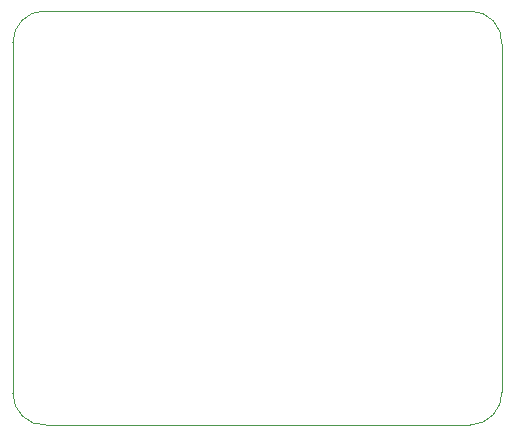
<source format=gbr>
%TF.GenerationSoftware,KiCad,Pcbnew,7.0.6*%
%TF.CreationDate,2023-07-26T19:14:02-07:00*%
%TF.ProjectId,connector_board,636f6e6e-6563-4746-9f72-5f626f617264,rev?*%
%TF.SameCoordinates,Original*%
%TF.FileFunction,Profile,NP*%
%FSLAX46Y46*%
G04 Gerber Fmt 4.6, Leading zero omitted, Abs format (unit mm)*
G04 Created by KiCad (PCBNEW 7.0.6) date 2023-07-26 19:14:02*
%MOMM*%
%LPD*%
G01*
G04 APERTURE LIST*
%TA.AperFunction,Profile*%
%ADD10C,0.100000*%
%TD*%
G04 APERTURE END LIST*
D10*
X109220000Y-85728022D02*
G75*
G03*
X111887000Y-82931000I-65011J2732011D01*
G01*
X111883981Y-53466856D02*
G75*
G03*
X109220000Y-50673000I-2663981J126856D01*
G01*
X73152000Y-50673000D02*
G75*
G03*
X70485000Y-53340000I0J-2667000D01*
G01*
X70481978Y-83058000D02*
G75*
G03*
X73279000Y-85725000I2670022J0D01*
G01*
X111887000Y-53467000D02*
X111887000Y-82931000D01*
X109220000Y-85728022D02*
X73279000Y-85725000D01*
X70485000Y-53340000D02*
X70485000Y-83058000D01*
X109220000Y-50673000D02*
X73152000Y-50673000D01*
M02*

</source>
